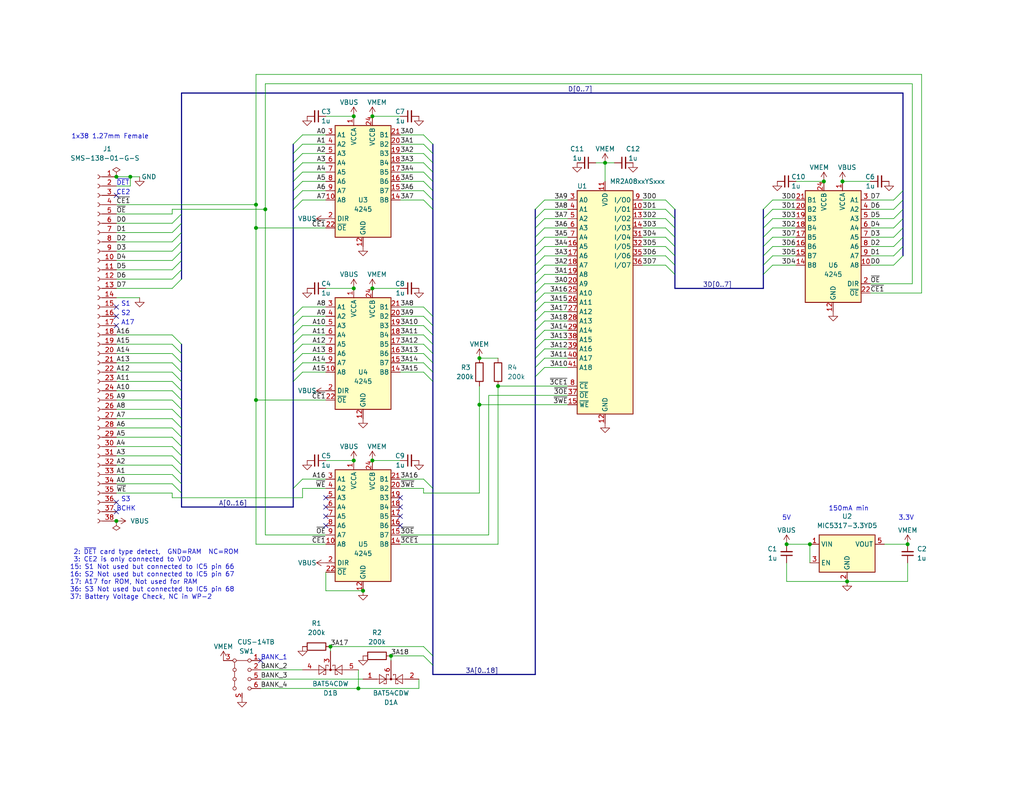
<source format=kicad_sch>
(kicad_sch (version 20231120) (generator "eeschema") (generator_version "8.0")
  (paper "USLetter")
  (title_block (title "WP-2_IC-Card_MRAM_512K") (date "2024-08-22") (rev "015") (company "Brian K. White - b.kenyon.w@gmail.com"))
  (junction (at 69.85 62.23))
  (junction (at 106.68 179.07))
  (junction (at 72.39 57.15))
  (junction (at 101.6 78.74))
  (junction (at 214.63 148.59))
  (junction (at 101.6 125.73))
  (junction (at 31.75 142.24))
  (junction (at 231.14 158.75))
  (junction (at 247.65 148.59))
  (junction (at 229.87 49.53))
  (junction (at 165.1 44.45))
  (junction (at 69.85 109.22))
  (junction (at 97.79 187.96))
  (junction (at 99.06 161.29))
  (junction (at 90.17 176.53))
  (junction (at 101.6 31.75))
  (junction (at 96.52 78.74))
  (junction (at 135.89 105.41))
  (junction (at 224.79 49.53))
  (junction (at 69.85 55.88))
  (junction (at 35.56 48.26))
  (junction (at 220.98 148.59))
  (junction (at 130.81 97.79))
  (junction (at 96.52 125.73))
  (junction (at 96.52 31.75))
  (junction (at 130.81 110.49))
  (junction (at 31.75 48.26))
  (no_connect (at 88.9 138.43))
  (no_connect (at 88.9 140.97))
  (no_connect (at 31.75 53.34))
  (no_connect (at 31.75 86.36))
  (no_connect (at 109.22 138.43))
  (no_connect (at 31.75 139.7))
  (no_connect (at 88.9 135.89))
  (no_connect (at 109.22 135.89))
  (no_connect (at 31.75 137.16))
  (no_connect (at 109.22 140.97))
  (no_connect (at 88.9 143.51))
  (no_connect (at 71.12 180.34))
  (no_connect (at 31.75 88.9))
  (no_connect (at 109.22 143.51))
  (no_connect (at 31.75 83.82))
  (bus_entry (at 49.53 66.04) (size -2.54 2.54))
  (bus_entry (at 184.15 62.23) (size -2.54 -2.54))
  (bus_entry (at 208.28 64.77) (size 2.54 -2.54))
  (bus_entry (at 118.11 96.52) (size -2.54 -2.54))
  (bus_entry (at 184.15 67.31) (size -2.54 -2.54))
  (bus_entry (at 146.05 95.25) (size 2.54 -2.54))
  (bus_entry (at 146.05 80.01) (size 2.54 -2.54))
  (bus_entry (at 246.38 67.31) (size -2.54 2.54))
  (bus_entry (at 49.53 121.92) (size -2.54 -2.54))
  (bus_entry (at 208.28 72.39) (size 2.54 -2.54))
  (bus_entry (at 146.05 97.79) (size 2.54 -2.54))
  (bus_entry (at 146.05 64.77) (size 2.54 -2.54))
  (bus_entry (at 184.15 69.85) (size -2.54 -2.54))
  (bus_entry (at 80.01 57.15) (size 2.54 -2.54))
  (bus_entry (at 118.11 39.37) (size -2.54 -2.54))
  (bus_entry (at 118.11 99.06) (size -2.54 -2.54))
  (bus_entry (at 246.38 54.61) (size -2.54 2.54))
  (bus_entry (at 118.11 41.91) (size -2.54 -2.54))
  (bus_entry (at 49.53 71.12) (size -2.54 2.54))
  (bus_entry (at 49.53 129.54) (size -2.54 -2.54))
  (bus_entry (at 246.38 59.69) (size -2.54 2.54))
  (bus_entry (at 146.05 82.55) (size 2.54 -2.54))
  (bus_entry (at 118.11 133.35) (size -2.54 -2.54))
  (bus_entry (at 146.05 67.31) (size 2.54 -2.54))
  (bus_entry (at 80.01 44.45) (size 2.54 -2.54))
  (bus_entry (at 246.38 57.15) (size -2.54 2.54))
  (bus_entry (at 118.11 93.98) (size -2.54 -2.54))
  (bus_entry (at 146.05 62.23) (size 2.54 -2.54))
  (bus_entry (at 118.11 44.45) (size -2.54 -2.54))
  (bus_entry (at 146.05 100.33) (size 2.54 -2.54))
  (bus_entry (at 80.01 41.91) (size 2.54 -2.54))
  (bus_entry (at 80.01 133.35) (size 2.54 -2.54))
  (bus_entry (at 208.28 69.85) (size 2.54 -2.54))
  (bus_entry (at 246.38 64.77) (size -2.54 2.54))
  (bus_entry (at 146.05 57.15) (size 2.54 -2.54))
  (bus_entry (at 80.01 54.61) (size 2.54 -2.54))
  (bus_entry (at 208.28 62.23) (size 2.54 -2.54))
  (bus_entry (at 49.53 101.6) (size -2.54 -2.54))
  (bus_entry (at 118.11 104.14) (size -2.54 -2.54))
  (bus_entry (at 146.05 85.09) (size 2.54 -2.54))
  (bus_entry (at 49.53 116.84) (size -2.54 -2.54))
  (bus_entry (at 118.11 54.61) (size -2.54 -2.54))
  (bus_entry (at 49.53 96.52) (size -2.54 -2.54))
  (bus_entry (at 146.05 77.47) (size 2.54 -2.54))
  (bus_entry (at 184.15 57.15) (size -2.54 -2.54))
  (bus_entry (at 49.53 124.46) (size -2.54 -2.54))
  (bus_entry (at 49.53 63.5) (size -2.54 2.54))
  (bus_entry (at 208.28 57.15) (size 2.54 -2.54))
  (bus_entry (at 80.01 52.07) (size 2.54 -2.54))
  (bus_entry (at 146.05 92.71) (size 2.54 -2.54))
  (bus_entry (at 118.11 86.36) (size -2.54 -2.54))
  (bus_entry (at 118.11 91.44) (size -2.54 -2.54))
  (bus_entry (at 80.01 88.9) (size 2.54 -2.54))
  (bus_entry (at 80.01 91.44) (size 2.54 -2.54))
  (bus_entry (at 146.05 87.63) (size 2.54 -2.54))
  (bus_entry (at 146.05 102.87) (size 2.54 -2.54))
  (bus_entry (at 80.01 46.99) (size 2.54 -2.54))
  (bus_entry (at 49.53 134.62) (size -2.54 -2.54))
  (bus_entry (at 49.53 106.68) (size -2.54 -2.54))
  (bus_entry (at 49.53 68.58) (size -2.54 2.54))
  (bus_entry (at 208.28 59.69) (size 2.54 -2.54))
  (bus_entry (at 184.15 74.93) (size -2.54 -2.54))
  (bus_entry (at 49.53 114.3) (size -2.54 -2.54))
  (bus_entry (at 184.15 72.39) (size -2.54 -2.54))
  (bus_entry (at 146.05 90.17) (size 2.54 -2.54))
  (bus_entry (at 80.01 39.37) (size 2.54 -2.54))
  (bus_entry (at 208.28 67.31) (size 2.54 -2.54))
  (bus_entry (at 118.11 181.61) (size -2.54 -2.54))
  (bus_entry (at 118.11 46.99) (size -2.54 -2.54))
  (bus_entry (at 80.01 86.36) (size 2.54 -2.54))
  (bus_entry (at 49.53 99.06) (size -2.54 -2.54))
  (bus_entry (at 246.38 69.85) (size -2.54 2.54))
  (bus_entry (at 49.53 111.76) (size -2.54 -2.54))
  (bus_entry (at 118.11 88.9) (size -2.54 -2.54))
  (bus_entry (at 80.01 101.6) (size 2.54 -2.54))
  (bus_entry (at 246.38 52.07) (size -2.54 2.54))
  (bus_entry (at 49.53 58.42) (size -2.54 2.54))
  (bus_entry (at 49.53 119.38) (size -2.54 -2.54))
  (bus_entry (at 80.01 93.98) (size 2.54 -2.54))
  (bus_entry (at 146.05 74.93) (size 2.54 -2.54))
  (bus_entry (at 146.05 72.39) (size 2.54 -2.54))
  (bus_entry (at 115.57 176.53) (size 2.54 2.54))
  (bus_entry (at 118.11 52.07) (size -2.54 -2.54))
  (bus_entry (at 49.53 73.66) (size -2.54 2.54))
  (bus_entry (at 49.53 127) (size -2.54 -2.54))
  (bus_entry (at 208.28 74.93) (size 2.54 -2.54))
  (bus_entry (at 49.53 60.96) (size -2.54 2.54))
  (bus_entry (at 146.05 59.69) (size 2.54 -2.54))
  (bus_entry (at 49.53 132.08) (size -2.54 -2.54))
  (bus_entry (at 49.53 93.98) (size -2.54 -2.54))
  (bus_entry (at 184.15 59.69) (size -2.54 -2.54))
  (bus_entry (at 80.01 104.14) (size 2.54 -2.54))
  (bus_entry (at 49.53 104.14) (size -2.54 -2.54))
  (bus_entry (at 80.01 99.06) (size 2.54 -2.54))
  (bus_entry (at 49.53 76.2) (size -2.54 2.54))
  (bus_entry (at 80.01 96.52) (size 2.54 -2.54))
  (bus_entry (at 118.11 101.6) (size -2.54 -2.54))
  (bus_entry (at 118.11 57.15) (size -2.54 -2.54))
  (bus_entry (at 80.01 49.53) (size 2.54 -2.54))
  (bus_entry (at 246.38 62.23) (size -2.54 2.54))
  (bus_entry (at 184.15 64.77) (size -2.54 -2.54))
  (bus_entry (at 49.53 109.22) (size -2.54 -2.54))
  (bus_entry (at 146.05 69.85) (size 2.54 -2.54))
  (bus_entry (at 118.11 49.53) (size -2.54 -2.54))
  (wire (pts (xy 165.1 44.45) (xy 165.1 49.53)))
  (wire (pts (xy 175.26 54.61) (xy 181.61 54.61)))
  (bus (pts (xy 80.01 41.91) (xy 80.01 44.45)))
  (bus (pts (xy 118.11 52.07) (xy 118.11 49.53)))
  (wire (pts (xy 175.26 62.23) (xy 181.61 62.23)))
  (wire (pts (xy 214.63 158.75) (xy 231.14 158.75)))
  (wire (pts (xy 72.39 57.15) (xy 72.39 22.86)))
  (wire (pts (xy 154.94 67.31) (xy 148.59 67.31)))
  (wire (pts (xy 109.22 31.75) (xy 101.6 31.75)))
  (bus (pts (xy 49.53 138.43) (xy 49.53 134.62)))
  (wire (pts (xy 154.94 87.63) (xy 148.59 87.63)))
  (wire (pts (xy 31.75 71.12) (xy 46.99 71.12)))
  (wire (pts (xy 237.49 62.23) (xy 243.84 62.23)))
  (bus (pts (xy 146.05 100.33) (xy 146.05 102.87)))
  (bus (pts (xy 118.11 96.52) (xy 118.11 93.98)))
  (bus (pts (xy 49.53 104.14) (xy 49.53 106.68)))
  (wire (pts (xy 72.39 146.05) (xy 88.9 146.05)))
  (wire (pts (xy 88.9 36.83) (xy 82.55 36.83)))
  (wire (pts (xy 217.17 69.85) (xy 210.82 69.85)))
  (bus (pts (xy 49.53 73.66) (xy 49.53 76.2)))
  (wire (pts (xy 237.49 57.15) (xy 243.84 57.15)))
  (wire (pts (xy 109.22 44.45) (xy 115.57 44.45)))
  (wire (pts (xy 31.75 58.42) (xy 46.99 58.42)))
  (wire (pts (xy 231.14 158.75) (xy 247.65 158.75)))
  (bus (pts (xy 118.11 54.61) (xy 118.11 57.15)))
  (wire (pts (xy 88.9 52.07) (xy 82.55 52.07)))
  (bus (pts (xy 49.53 25.4) (xy 49.53 58.42)))
  (wire (pts (xy 31.75 93.98) (xy 46.99 93.98)))
  (wire (pts (xy 31.75 132.08) (xy 46.99 132.08)))
  (wire (pts (xy 109.22 91.44) (xy 115.57 91.44)))
  (wire (pts (xy 237.49 54.61) (xy 243.84 54.61)))
  (wire (pts (xy 130.81 110.49) (xy 154.94 110.49)))
  (wire (pts (xy 88.9 49.53) (xy 82.55 49.53)))
  (bus (pts (xy 80.01 96.52) (xy 80.01 93.98)))
  (wire (pts (xy 71.12 185.42) (xy 99.06 185.42)))
  (bus (pts (xy 49.53 96.52) (xy 49.53 99.06)))
  (bus (pts (xy 246.38 64.77) (xy 246.38 62.23)))
  (bus (pts (xy 49.53 106.68) (xy 49.53 109.22)))
  (wire (pts (xy 31.75 129.54) (xy 46.99 129.54)))
  (bus (pts (xy 80.01 49.53) (xy 80.01 46.99)))
  (wire (pts (xy 115.57 134.62) (xy 130.81 134.62)))
  (wire (pts (xy 109.22 78.74) (xy 101.6 78.74)))
  (bus (pts (xy 80.01 101.6) (xy 80.01 99.06)))
  (wire (pts (xy 88.9 86.36) (xy 82.55 86.36)))
  (bus (pts (xy 118.11 39.37) (xy 118.11 41.91)))
  (bus (pts (xy 118.11 179.07) (xy 118.11 181.61)))
  (wire (pts (xy 88.9 93.98) (xy 82.55 93.98)))
  (bus (pts (xy 118.11 52.07) (xy 118.11 54.61)))
  (bus (pts (xy 49.53 71.12) (xy 49.53 73.66)))
  (bus (pts (xy 118.11 99.06) (xy 118.11 96.52)))
  (wire (pts (xy 88.9 96.52) (xy 82.55 96.52)))
  (wire (pts (xy 88.9 78.74) (xy 96.52 78.74)))
  (wire (pts (xy 99.06 161.29) (xy 88.9 161.29)))
  (wire (pts (xy 115.57 133.35) (xy 115.57 134.62)))
  (wire (pts (xy 71.12 187.96) (xy 97.79 187.96)))
  (wire (pts (xy 82.55 133.35) (xy 88.9 133.35)))
  (wire (pts (xy 217.17 72.39) (xy 210.82 72.39)))
  (bus (pts (xy 49.53 138.43) (xy 80.01 138.43)))
  (wire (pts (xy 217.17 64.77) (xy 210.82 64.77)))
  (bus (pts (xy 80.01 52.07) (xy 80.01 49.53)))
  (wire (pts (xy 237.49 72.39) (xy 243.84 72.39)))
  (wire (pts (xy 109.22 39.37) (xy 115.57 39.37)))
  (bus (pts (xy 80.01 44.45) (xy 80.01 46.99)))
  (bus (pts (xy 208.28 64.77) (xy 208.28 67.31)))
  (wire (pts (xy 109.22 99.06) (xy 115.57 99.06)))
  (wire (pts (xy 154.94 80.01) (xy 148.59 80.01)))
  (bus (pts (xy 184.15 72.39) (xy 184.15 69.85)))
  (bus (pts (xy 246.38 57.15) (xy 246.38 54.61)))
  (wire (pts (xy 88.9 91.44) (xy 82.55 91.44)))
  (wire (pts (xy 251.46 20.32) (xy 69.85 20.32)))
  (wire (pts (xy 35.56 48.26) (xy 31.75 48.26)))
  (wire (pts (xy 88.9 44.45) (xy 82.55 44.45)))
  (wire (pts (xy 175.26 57.15) (xy 181.61 57.15)))
  (wire (pts (xy 31.75 76.2) (xy 46.99 76.2)))
  (bus (pts (xy 146.05 59.69) (xy 146.05 62.23)))
  (bus (pts (xy 118.11 99.06) (xy 118.11 101.6)))
  (bus (pts (xy 80.01 93.98) (xy 80.01 91.44)))
  (wire (pts (xy 220.98 148.59) (xy 214.63 148.59)))
  (wire (pts (xy 175.26 64.77) (xy 181.61 64.77)))
  (bus (pts (xy 184.15 78.74) (xy 208.28 78.74)))
  (bus (pts (xy 184.15 69.85) (xy 184.15 67.31)))
  (bus (pts (xy 118.11 93.98) (xy 118.11 91.44)))
  (wire (pts (xy 237.49 69.85) (xy 243.84 69.85)))
  (bus (pts (xy 49.53 66.04) (xy 49.53 68.58)))
  (bus (pts (xy 49.53 63.5) (xy 49.53 66.04)))
  (wire (pts (xy 130.81 97.79) (xy 135.89 97.79)))
  (bus (pts (xy 146.05 72.39) (xy 146.05 74.93)))
  (wire (pts (xy 154.94 92.71) (xy 148.59 92.71)))
  (wire (pts (xy 109.22 36.83) (xy 115.57 36.83)))
  (wire (pts (xy 31.75 121.92) (xy 46.99 121.92)))
  (wire (pts (xy 46.99 134.62) (xy 46.99 135.89)))
  (wire (pts (xy 69.85 20.32) (xy 69.85 55.88)))
  (wire (pts (xy 38.1 81.28) (xy 31.75 81.28)))
  (wire (pts (xy 31.75 68.58) (xy 46.99 68.58)))
  (bus (pts (xy 49.53 109.22) (xy 49.53 111.76)))
  (bus (pts (xy 184.15 74.93) (xy 184.15 72.39)))
  (bus (pts (xy 146.05 57.15) (xy 146.05 59.69)))
  (wire (pts (xy 109.22 148.59) (xy 135.89 148.59)))
  (bus (pts (xy 146.05 69.85) (xy 146.05 72.39)))
  (wire (pts (xy 31.75 96.52) (xy 46.99 96.52)))
  (wire (pts (xy 114.3 187.96) (xy 114.3 185.42)))
  (wire (pts (xy 90.17 176.53) (xy 115.57 176.53)))
  (bus (pts (xy 118.11 133.35) (xy 118.11 179.07)))
  (wire (pts (xy 248.92 22.86) (xy 248.92 77.47)))
  (bus (pts (xy 246.38 25.4) (xy 49.53 25.4)))
  (wire (pts (xy 109.22 125.73) (xy 101.6 125.73)))
  (wire (pts (xy 69.85 62.23) (xy 88.9 62.23)))
  (wire (pts (xy 69.85 148.59) (xy 88.9 148.59)))
  (wire (pts (xy 106.68 179.07) (xy 106.68 180.34)))
  (wire (pts (xy 38.1 48.26) (xy 35.56 48.26)))
  (wire (pts (xy 69.85 62.23) (xy 69.85 109.22)))
  (wire (pts (xy 31.75 114.3) (xy 46.99 114.3)))
  (wire (pts (xy 217.17 57.15) (xy 210.82 57.15)))
  (wire (pts (xy 31.75 104.14) (xy 46.99 104.14)))
  (wire (pts (xy 220.98 148.59) (xy 220.98 153.67)))
  (wire (pts (xy 106.68 179.07) (xy 115.57 179.07)))
  (bus (pts (xy 208.28 64.77) (xy 208.28 62.23)))
  (wire (pts (xy 154.94 74.93) (xy 148.59 74.93)))
  (bus (pts (xy 208.28 72.39) (xy 208.28 69.85)))
  (wire (pts (xy 31.75 119.38) (xy 46.99 119.38)))
  (bus (pts (xy 49.53 132.08) (xy 49.53 129.54)))
  (wire (pts (xy 135.89 148.59) (xy 135.89 105.41)))
  (bus (pts (xy 146.05 64.77) (xy 146.05 67.31)))
  (bus (pts (xy 146.05 92.71) (xy 146.05 95.25)))
  (wire (pts (xy 69.85 109.22) (xy 88.9 109.22)))
  (wire (pts (xy 130.81 105.41) (xy 130.81 110.49)))
  (bus (pts (xy 118.11 88.9) (xy 118.11 86.36)))
  (bus (pts (xy 49.53 101.6) (xy 49.53 104.14)))
  (bus (pts (xy 80.01 133.35) (xy 80.01 138.43)))
  (wire (pts (xy 154.94 54.61) (xy 148.59 54.61)))
  (bus (pts (xy 146.05 80.01) (xy 146.05 82.55)))
  (wire (pts (xy 217.17 49.53) (xy 224.79 49.53)))
  (bus (pts (xy 118.11 44.45) (xy 118.11 41.91)))
  (bus (pts (xy 49.53 114.3) (xy 49.53 116.84)))
  (bus (pts (xy 146.05 67.31) (xy 146.05 69.85)))
  (bus (pts (xy 146.05 97.79) (xy 146.05 100.33)))
  (wire (pts (xy 31.75 124.46) (xy 46.99 124.46)))
  (bus (pts (xy 246.38 52.07) (xy 246.38 25.4)))
  (wire (pts (xy 31.75 91.44) (xy 46.99 91.44)))
  (wire (pts (xy 154.94 77.47) (xy 148.59 77.47)))
  (wire (pts (xy 31.75 111.76) (xy 46.99 111.76)))
  (wire (pts (xy 109.22 93.98) (xy 115.57 93.98)))
  (wire (pts (xy 109.22 88.9) (xy 115.57 88.9)))
  (bus (pts (xy 49.53 111.76) (xy 49.53 114.3)))
  (wire (pts (xy 71.12 182.88) (xy 82.55 182.88)))
  (wire (pts (xy 88.9 46.99) (xy 82.55 46.99)))
  (wire (pts (xy 46.99 57.15) (xy 72.39 57.15)))
  (bus (pts (xy 118.11 184.15) (xy 146.05 184.15)))
  (bus (pts (xy 118.11 91.44) (xy 118.11 88.9)))
  (wire (pts (xy 31.75 99.06) (xy 46.99 99.06)))
  (wire (pts (xy 72.39 22.86) (xy 248.92 22.86)))
  (wire (pts (xy 154.94 72.39) (xy 148.59 72.39)))
  (bus (pts (xy 49.53 58.42) (xy 49.53 60.96)))
  (bus (pts (xy 208.28 74.93) (xy 208.28 72.39)))
  (wire (pts (xy 88.9 31.75) (xy 96.52 31.75)))
  (bus (pts (xy 146.05 102.87) (xy 146.05 184.15)))
  (wire (pts (xy 46.99 135.89) (xy 82.55 135.89)))
  (wire (pts (xy 109.22 133.35) (xy 115.57 133.35)))
  (wire (pts (xy 31.75 109.22) (xy 46.99 109.22)))
  (wire (pts (xy 133.35 146.05) (xy 133.35 107.95)))
  (wire (pts (xy 237.49 77.47) (xy 248.92 77.47)))
  (wire (pts (xy 88.9 54.61) (xy 82.55 54.61)))
  (wire (pts (xy 88.9 130.81) (xy 82.55 130.81)))
  (wire (pts (xy 162.56 44.45) (xy 165.1 44.45)))
  (wire (pts (xy 97.79 182.88) (xy 97.79 187.96)))
  (wire (pts (xy 133.35 107.95) (xy 154.94 107.95)))
  (bus (pts (xy 184.15 59.69) (xy 184.15 57.15)))
  (wire (pts (xy 109.22 46.99) (xy 115.57 46.99)))
  (bus (pts (xy 118.11 57.15) (xy 118.11 86.36)))
  (wire (pts (xy 97.79 187.96) (xy 114.3 187.96)))
  (bus (pts (xy 246.38 54.61) (xy 246.38 52.07)))
  (bus (pts (xy 146.05 95.25) (xy 146.05 97.79)))
  (wire (pts (xy 154.94 57.15) (xy 148.59 57.15)))
  (bus (pts (xy 118.11 101.6) (xy 118.11 104.14)))
  (wire (pts (xy 135.89 105.41) (xy 154.94 105.41)))
  (wire (pts (xy 154.94 82.55) (xy 148.59 82.55)))
  (wire (pts (xy 35.56 50.8) (xy 31.75 50.8)))
  (bus (pts (xy 49.53 119.38) (xy 49.53 121.92)))
  (wire (pts (xy 109.22 41.91) (xy 115.57 41.91)))
  (wire (pts (xy 88.9 161.29) (xy 88.9 156.21)))
  (wire (pts (xy 217.17 59.69) (xy 210.82 59.69)))
  (bus (pts (xy 208.28 62.23) (xy 208.28 59.69)))
  (wire (pts (xy 31.75 60.96) (xy 46.99 60.96)))
  (bus (pts (xy 80.01 57.15) (xy 80.01 86.36)))
  (bus (pts (xy 208.28 67.31) (xy 208.28 69.85)))
  (bus (pts (xy 118.11 181.61) (xy 118.11 184.15)))
  (bus (pts (xy 80.01 104.14) (xy 80.01 133.35)))
  (bus (pts (xy 146.05 87.63) (xy 146.05 90.17)))
  (bus (pts (xy 80.01 91.44) (xy 80.01 88.9)))
  (wire (pts (xy 46.99 57.15) (xy 46.99 58.42)))
  (wire (pts (xy 251.46 20.32) (xy 251.46 80.01)))
  (wire (pts (xy 154.94 62.23) (xy 148.59 62.23)))
  (bus (pts (xy 80.01 39.37) (xy 80.01 41.91)))
  (bus (pts (xy 146.05 90.17) (xy 146.05 92.71)))
  (wire (pts (xy 31.75 66.04) (xy 46.99 66.04)))
  (wire (pts (xy 241.3 148.59) (xy 247.65 148.59)))
  (bus (pts (xy 80.01 54.61) (xy 80.01 57.15)))
  (wire (pts (xy 154.94 90.17) (xy 148.59 90.17)))
  (wire (pts (xy 109.22 86.36) (xy 115.57 86.36)))
  (wire (pts (xy 35.56 48.26) (xy 35.56 50.8)))
  (wire (pts (xy 154.94 85.09) (xy 148.59 85.09)))
  (wire (pts (xy 217.17 67.31) (xy 210.82 67.31)))
  (wire (pts (xy 175.26 67.31) (xy 181.61 67.31)))
  (wire (pts (xy 82.55 135.89) (xy 82.55 133.35)))
  (wire (pts (xy 109.22 130.81) (xy 115.57 130.81)))
  (bus (pts (xy 49.53 127) (xy 49.53 129.54)))
  (wire (pts (xy 109.22 52.07) (xy 115.57 52.07)))
  (wire (pts (xy 175.26 72.39) (xy 181.61 72.39)))
  (wire (pts (xy 214.63 153.67) (xy 214.63 158.75)))
  (wire (pts (xy 90.17 176.53) (xy 90.17 177.8)))
  (bus (pts (xy 146.05 85.09) (xy 146.05 87.63)))
  (bus (pts (xy 49.53 99.06) (xy 49.53 101.6)))
  (bus (pts (xy 118.11 49.53) (xy 118.11 46.99)))
  (wire (pts (xy 88.9 125.73) (xy 96.52 125.73)))
  (bus (pts (xy 80.01 54.61) (xy 80.01 52.07)))
  (wire (pts (xy 72.39 57.15) (xy 72.39 146.05)))
  (wire (pts (xy 154.94 97.79) (xy 148.59 97.79)))
  (wire (pts (xy 88.9 101.6) (xy 82.55 101.6)))
  (wire (pts (xy 31.75 73.66) (xy 46.99 73.66)))
  (bus (pts (xy 246.38 69.85) (xy 246.38 67.31)))
  (bus (pts (xy 146.05 82.55) (xy 146.05 85.09)))
  (bus (pts (xy 208.28 78.74) (xy 208.28 74.93)))
  (wire (pts (xy 237.49 67.31) (xy 243.84 67.31)))
  (wire (pts (xy 31.75 55.88) (xy 69.85 55.88)))
  (bus (pts (xy 184.15 67.31) (xy 184.15 64.77)))
  (wire (pts (xy 237.49 64.77) (xy 243.84 64.77)))
  (wire (pts (xy 217.17 54.61) (xy 210.82 54.61)))
  (wire (pts (xy 154.94 64.77) (xy 148.59 64.77)))
  (wire (pts (xy 175.26 69.85) (xy 181.61 69.85)))
  (bus (pts (xy 184.15 64.77) (xy 184.15 62.23)))
  (bus (pts (xy 246.38 67.31) (xy 246.38 64.77)))
  (bus (pts (xy 49.53 124.46) (xy 49.53 127)))
  (wire (pts (xy 88.9 88.9) (xy 82.55 88.9)))
  (bus (pts (xy 49.53 116.84) (xy 49.53 119.38)))
  (wire (pts (xy 109.22 96.52) (xy 115.57 96.52)))
  (bus (pts (xy 184.15 62.23) (xy 184.15 59.69)))
  (wire (pts (xy 46.99 134.62) (xy 31.75 134.62)))
  (wire (pts (xy 109.22 101.6) (xy 115.57 101.6)))
  (wire (pts (xy 109.22 54.61) (xy 115.57 54.61)))
  (bus (pts (xy 246.38 59.69) (xy 246.38 57.15)))
  (wire (pts (xy 154.94 100.33) (xy 148.59 100.33)))
  (wire (pts (xy 154.94 59.69) (xy 148.59 59.69)))
  (bus (pts (xy 246.38 62.23) (xy 246.38 59.69)))
  (wire (pts (xy 154.94 69.85) (xy 148.59 69.85)))
  (bus (pts (xy 49.53 68.58) (xy 49.53 71.12)))
  (wire (pts (xy 109.22 83.82) (xy 115.57 83.82)))
  (wire (pts (xy 31.75 63.5) (xy 46.99 63.5)))
  (wire (pts (xy 31.75 116.84) (xy 46.99 116.84)))
  (bus (pts (xy 146.05 77.47) (xy 146.05 80.01)))
  (wire (pts (xy 31.75 127) (xy 46.99 127)))
  (bus (pts (xy 49.53 121.92) (xy 49.53 124.46)))
  (wire (pts (xy 31.75 78.74) (xy 46.99 78.74)))
  (wire (pts (xy 130.81 134.62) (xy 130.81 110.49)))
  (bus (pts (xy 49.53 134.62) (xy 49.53 132.08)))
  (wire (pts (xy 88.9 99.06) (xy 82.55 99.06)))
  (wire (pts (xy 31.75 101.6) (xy 46.99 101.6)))
  (bus (pts (xy 80.01 104.14) (xy 80.01 101.6)))
  (wire (pts (xy 247.65 158.75) (xy 247.65 153.67)))
  (bus (pts (xy 184.15 78.74) (xy 184.15 74.93)))
  (bus (pts (xy 146.05 62.23) (xy 146.05 64.77)))
  (bus (pts (xy 118.11 46.99) (xy 118.11 44.45)))
  (wire (pts (xy 88.9 83.82) (xy 82.55 83.82)))
  (bus (pts (xy 118.11 104.14) (xy 118.11 133.35)))
  (wire (pts (xy 167.64 44.45) (xy 165.1 44.45)))
  (wire (pts (xy 217.17 62.23) (xy 210.82 62.23)))
  (bus (pts (xy 80.01 99.06) (xy 80.01 96.52)))
  (wire (pts (xy 88.9 41.91) (xy 82.55 41.91)))
  (bus (pts (xy 208.28 59.69) (xy 208.28 57.15)))
  (wire (pts (xy 237.49 80.01) (xy 251.46 80.01)))
  (wire (pts (xy 88.9 39.37) (xy 82.55 39.37)))
  (bus (pts (xy 49.53 60.96) (xy 49.53 63.5)))
  (wire (pts (xy 69.85 55.88) (xy 69.85 62.23)))
  (wire (pts (xy 237.49 59.69) (xy 243.84 59.69)))
  (bus (pts (xy 146.05 74.93) (xy 146.05 77.47)))
  (wire (pts (xy 69.85 109.22) (xy 69.85 148.59)))
  (wire (pts (xy 109.22 146.05) (xy 133.35 146.05)))
  (wire (pts (xy 31.75 106.68) (xy 46.99 106.68)))
  (wire (pts (xy 175.26 59.69) (xy 181.61 59.69)))
  (wire (pts (xy 237.49 49.53) (xy 229.87 49.53)))
  (bus (pts (xy 49.53 93.98) (xy 49.53 96.52)))
  (bus (pts (xy 80.01 88.9) (xy 80.01 86.36)))
  (wire (pts (xy 154.94 95.25) (xy 148.59 95.25)))
  (wire (pts (xy 109.22 49.53) (xy 115.57 49.53)))
  (text "5V" (at 213.36 142.24 0) (effects (font (size 1.27 1.27)) (justify left bottom)))
  (text "BCHK" (at 31.75 139.7 0) (effects (font (size 1.27 1.27)) (justify left bottom)))
  (text "CE2" (at 31.75 53.34 0) (effects (font (size 1.27 1.27)) (justify left bottom)))
  (text "S1" (at 33.02 83.82 0) (effects (font (size 1.27 1.27)) (justify left bottom)))
  (text "A17" (at 33.02 88.9 0) (effects (font (size 1.27 1.27)) (justify left bottom)))
  (text "1x38 1.27mm Female" (at 40.64 38.1 0) (effects (font (size 1.27 1.27)) (justify right bottom)))
  (text "~{DET}" (at 31.75 50.8 0) (effects (font (size 1.27 1.27)) (justify left bottom)))
  (text "150mA min" (at 226.06 139.7 0) (effects (font (size 1.27 1.27)) (justify left bottom)))
  (text "S2" (at 33.02 86.36 0) (effects (font (size 1.27 1.27)) (justify left bottom)))
  (text " 2: ~{DET} card type detect,  GND=RAM  NC=ROM\n 3: CE2 is only connected to VDD\n15: S1 Not used but connected to IC5 pin 66\n16: S2 Not used but connected to IC5 pin 67\n17: A17 for ROM, Not used for RAM\n36: S3 Not used but connected to IC5 pin 68\n37: Battery Voltage Check, NC in WP-2\n" (at 19.05 163.83 0) (effects (font (size 1.27 1.27)) (justify left bottom)))
  (text "BANK_1" (at 71.12 180.34 0) (effects (font (size 1.27 1.27)) (justify left bottom)))
  (text "S3" (at 33.02 137.16 0) (effects (font (size 1.27 1.27)) (justify left bottom)))
  (text "3.3V" (at 245.11 142.24 0) (effects (font (size 1.27 1.27)) (justify left bottom)))
  (label "BANK_2" (at 71.12 182.88 0))
  (label "3D3" (at 175.26 62.23 0))
  (label "3A13" (at 154.94 92.71 180))
  (label "A10" (at 31.75 106.68 0))
  (label "D6" (at 237.49 57.15 0))
  (label "~{WE}" (at 88.9 133.35 180))
  (label "~{3OE}" (at 154.94 107.95 180))
  (label "3A12" (at 109.22 93.98 0))
  (label "3A6" (at 154.94 62.23 180))
  (label "A14" (at 88.9 99.06 180))
  (label "~{3CE1}" (at 109.22 148.59 0))
  (label "D0" (at 31.75 60.96 0))
  (label "3A4" (at 154.94 67.31 180))
  (label "D1" (at 237.49 69.85 0))
  (label "3D4" (at 217.17 72.39 180))
  (label "A11" (at 31.75 104.14 0))
  (label "~{CE1}" (at 31.75 55.88 0))
  (label "D0" (at 237.49 72.39 0))
  (label "3D7" (at 175.26 72.39 0))
  (label "3A0" (at 154.94 77.47 180))
  (label "A9" (at 88.9 86.36 180))
  (label "D[0..7]" (at 154.94 25.4 0))
  (label "3A3" (at 109.22 44.45 0))
  (label "D3" (at 31.75 68.58 0))
  (label "A9" (at 31.75 109.22 0))
  (label "A8" (at 88.9 83.82 180))
  (label "3A5" (at 109.22 49.53 0))
  (label "A15" (at 88.9 101.6 180))
  (label "D7" (at 31.75 78.74 0))
  (label "A14" (at 31.75 96.52 0))
  (label "A16" (at 31.75 91.44 0))
  (label "3A13" (at 109.22 96.52 0))
  (label "3D5" (at 175.26 67.31 0))
  (label "~{3CE1}" (at 154.94 105.41 180))
  (label "3A12" (at 154.94 95.25 180))
  (label "~{3WE}" (at 109.22 133.35 0))
  (label "3A17" (at 90.17 176.53 0))
  (label "3A16" (at 109.22 130.81 0))
  (label "A13" (at 88.9 96.52 180))
  (label "BANK_4" (at 71.12 187.96 0))
  (label "A8" (at 31.75 111.76 0))
  (label "A1" (at 88.9 39.37 180))
  (label "3A1" (at 154.94 74.93 180))
  (label "A12" (at 88.9 93.98 180))
  (label "3D3" (at 217.17 59.69 180))
  (label "A3" (at 88.9 44.45 180))
  (label "BANK_3" (at 71.12 185.42 0))
  (label "3A17" (at 154.94 85.09 180))
  (label "3A7" (at 154.94 59.69 180))
  (label "3D[0..7]" (at 191.77 78.74 0))
  (label "3A14" (at 109.22 99.06 0))
  (label "D3" (at 237.49 64.77 0))
  (label "D5" (at 31.75 73.66 0))
  (label "D7" (at 237.49 54.61 0))
  (label "A7" (at 31.75 114.3 0))
  (label "A15" (at 31.75 93.98 0))
  (label "A3" (at 31.75 124.46 0))
  (label "A10" (at 88.9 88.9 180))
  (label "3A8" (at 154.94 57.15 180))
  (label "A6" (at 88.9 52.07 180))
  (label "3A2" (at 154.94 72.39 180))
  (label "A12" (at 31.75 101.6 0))
  (label "D2" (at 237.49 67.31 0))
  (label "3A2" (at 109.22 41.91 0))
  (label "A5" (at 31.75 119.38 0))
  (label "A6" (at 31.75 116.84 0))
  (label "A11" (at 88.9 91.44 180))
  (label "3A[0..18]" (at 127 184.15 0))
  (label "D1" (at 31.75 63.5 0))
  (label "3A1" (at 109.22 39.37 0))
  (label "~{CE1}" (at 88.9 148.59 180))
  (label "~{3WE}" (at 154.94 110.49 180))
  (label "~{OE}" (at 31.75 58.42 0))
  (label "A2" (at 31.75 127 0))
  (label "A0" (at 88.9 36.83 180))
  (label "3D7" (at 217.17 64.77 180))
  (label "3D1" (at 217.17 57.15 180))
  (label "3A10" (at 109.22 88.9 0))
  (label "3A4" (at 109.22 46.99 0))
  (label "3D2" (at 175.26 59.69 0))
  (label "A7" (at 88.9 54.61 180))
  (label "~{OE}" (at 237.49 77.47 0))
  (label "A13" (at 31.75 99.06 0))
  (label "~{CE1}" (at 237.49 80.01 0))
  (label "~{OE}" (at 88.9 146.05 180))
  (label "A2" (at 88.9 41.91 180))
  (label "3A18" (at 154.94 87.63 180))
  (label "3A9" (at 154.94 54.61 180))
  (label "3A5" (at 154.94 64.77 180))
  (label "3A3" (at 154.94 69.85 180))
  (label "3D1" (at 175.26 57.15 0))
  (label "~{3OE}" (at 109.22 146.05 0))
  (label "A[0..16]" (at 59.69 138.43 0))
  (label "3A8" (at 109.22 83.82 0))
  (label "3D5" (at 217.17 69.85 180))
  (label "D4" (at 237.49 62.23 0))
  (label "3A10" (at 154.94 100.33 180))
  (label "3D0" (at 175.26 54.61 0))
  (label "A5" (at 88.9 49.53 180))
  (label "3A0" (at 109.22 36.83 0))
  (label "3D2" (at 217.17 62.23 180))
  (label "~{CE1}" (at 88.9 62.23 180))
  (label "3A16" (at 154.94 80.01 180))
  (label "D2" (at 31.75 66.04 0))
  (label "3A7" (at 109.22 54.61 0))
  (label "3A11" (at 109.22 91.44 0))
  (label "3D6" (at 175.26 69.85 0))
  (label "3A15" (at 154.94 82.55 180))
  (label "3D6" (at 217.17 67.31 180))
  (label "A16" (at 88.9 130.81 180))
  (label "3A14" (at 154.94 90.17 180))
  (label "A1" (at 31.75 129.54 0))
  (label "~{WE}" (at 31.75 134.62 0))
  (label "A0" (at 31.75 132.08 0))
  (label "3A15" (at 109.22 101.6 0))
  (label "D6" (at 31.75 76.2 0))
  (label "D5" (at 237.49 59.69 0))
  (label "3A18" (at 106.68 179.07 0))
  (label "3D4" (at 175.26 64.77 0))
  (label "~{CE1}" (at 88.9 109.22 180))
  (label "D4" (at 31.75 71.12 0))
  (label "3A6" (at 109.22 52.07 0))
  (label "3A9" (at 109.22 86.36 0))
  (label "A4" (at 88.9 46.99 180))
  (label "A4" (at 31.75 121.92 0))
  (label "3D0" (at 217.17 54.61 180))
  (label "3A11" (at 154.94 97.79 180))
  (symbol (lib_id "0_LOCAL:Conn_01x38_Female") (at 26.67 93.98 0) (mirror y) (unit 1)
    (property "Reference" "J1" (at 30.48 40.64 0) (effects (justify left)))
    (property "Value" "SMS-138-01-G-S" (at 38.1 43.18 0) (effects (justify left)))
    (property "Footprint" "0_LOCAL:SMS-138-01-x-x_edge" (effects (hide yes)))
    (property "Datasheet" "datasheets/sms_th.pdf" (effects (hide yes)))
    (property "Description" "CONN SOCKET .050\" 38POS" (effects (hide yes)))
    (property "MPN" "SMS-138-01-G-S" (effects (hide yes)))
  )
  (symbol (lib_id "0_LOCAL:GND") (at 165.1 115.57 0) (unit 1)
    (property "Reference" "#PWR0106" (effects (hide yes)))
    (property "Value" "GND" (effects (hide yes)))
  )
  (symbol (lib_id "0_LOCAL:GND") (at 38.1 81.28 0) (mirror y) (unit 1)
    (property "Reference" "#PWR0108" (effects (hide yes)))
    (property "Value" "GND" (effects (hide yes)))
  )
  (symbol (lib_name "C_Small_5") (lib_id "0_LOCAL:C_Small") (at 86.36 31.75 270) (unit 1)
    (property "Reference" "C3" (at 87.63 30.48 90) (effects (justify left)))
    (property "Value" "1u" (at 87.63 33.02 90) (effects (justify left)))
    (property "Footprint" "0_LOCAL:C_0805_1mm" (effects (hide yes)))
    (property "Description" "CAP CER 1UF 50V X7R 0805" (effects (hide yes)))
    (property "MPN" "CL21B105KBFNFNE" (effects (hide yes)))
  )
  (symbol (lib_name "BAT54CDW_1") (lib_id "0_LOCAL:BAT54CDW") (at 90.17 182.88 0) (mirror x) (unit 2)
    (property "Reference" "D1" (at 90.17 189.23 0))
    (property "Value" "BAT54CDW" (at 90.17 186.69 0))
    (property "Footprint" "0_LOCAL:TSSOP-6-symmetric" (effects (hide yes)))
    (property "Datasheet" "datasheets/BAT54CDW.pdf" (effects (hide yes)))
    (property "Description" "DIODE ARR SCHOT 30V 200MA SOT363" (effects (hide yes)))
    (property "MPN" "BAT54CDW-7-F" (effects (hide yes)))
  )
  (symbol (lib_id "0_LOCAL:VBUS") (at 88.9 153.67 90) (unit 1)
    (property "Reference" "#PWR012" (effects (hide yes)))
    (property "Value" "VBUS" (at 83.82 153.67 90))
  )
  (symbol (lib_id "0_LOCAL:GND") (at 99.06 67.31 0) (mirror y) (unit 1)
    (property "Reference" "#PWR011" (effects (hide yes)))
    (property "Value" "GND" (effects (hide yes)))
  )
  (symbol (lib_id "0_LOCAL:VMEM") (at 101.6 125.73 0) (unit 1)
    (property "Reference" "#PWR015" (effects (hide yes)))
    (property "Value" "VMEM" (at 102.87 121.92 0))
  )
  (symbol (lib_id "0_LOCAL:4245") (at 99.06 96.52 0) (unit 1)
    (property "Reference" "U4" (at 99.06 101.6 0))
    (property "Value" "4245" (at 99.06 104.14 0))
    (property "Footprint" "0_LOCAL:TSSOP-24_4.4x7.8mm_P0.65mm" (effects (hide yes)))
    (property "Datasheet" "datasheets/LVC4245.pdf" (effects (hide yes)))
    (property "Description" "IC TRANSLATOR BIDIR 24TSSOP" (effects (hide yes)))
    (property "MPN" "74LVC4245APW,118" (effects (hide yes)))
  )
  (symbol (lib_id "0_LOCAL:VBUS") (at 88.9 106.68 90) (unit 1)
    (property "Reference" "#PWR04" (effects (hide yes)))
    (property "Value" "VBUS" (at 83.82 106.68 90))
  )
  (symbol (lib_id "0_LOCAL:VMEM") (at 224.79 49.53 0) (mirror y) (unit 1)
    (property "Reference" "#PWR019" (effects (hide yes)))
    (property "Value" "VMEM" (at 223.52 45.72 0))
  )
  (symbol (lib_id "0_LOCAL:GND") (at 83.82 31.75 0) (unit 1)
    (property "Reference" "#PWR0104" (effects (hide yes)))
    (property "Value" "GND" (effects (hide yes)))
  )
  (symbol (lib_id "0_LOCAL:GND") (at 212.09 49.53 0) (unit 1)
    (property "Reference" "#PWR036" (effects (hide yes)))
    (property "Value" "GND" (effects (hide yes)))
  )
  (symbol (lib_id "0_LOCAL:MIC5365-3.3YD5") (at 231.14 151.13 0) (unit 1)
    (property "Reference" "U2" (at 231.14 140.97 0))
    (property "Value" "MIC5317-3.3YD5" (at 231.14 143.51 0))
    (property "Footprint" "0_LOCAL:TSOT-23-5" (effects (hide yes)))
    (property "Datasheet" "datasheets/MIC5317.pdf" (effects (hide yes)))
    (property "Description" "IC REG LIN 3.3V 150MA TSOT23-5" (effects (hide yes)))
    (property "MPN" "MIC5317-3.3YD5" (effects (hide yes)))
  )
  (symbol (lib_id "0_LOCAL:GND") (at 172.72 44.45 0) (unit 1)
    (property "Reference" "#PWR029" (effects (hide yes)))
    (property "Value" "GND" (effects (hide yes)))
  )
  (symbol (lib_name "C_Small_5") (lib_id "0_LOCAL:C_Small") (at 240.03 49.53 90) (mirror x) (unit 1)
    (property "Reference" "C6" (at 238.76 48.26 90) (effects (justify left)))
    (property "Value" "1u" (at 238.76 50.8 90) (effects (justify left)))
    (property "Footprint" "0_LOCAL:C_0805_1mm" (effects (hide yes)))
    (property "Description" "CAP CER 1UF 50V X7R 0805" (effects (hide yes)))
    (property "MPN" "CL21B105KBFNFNE" (effects (hide yes)))
  )
  (symbol (lib_name "C_Small_5") (lib_id "0_LOCAL:C_Small") (at 214.63 49.53 270) (unit 1)
    (property "Reference" "C10" (at 215.9 48.26 90) (effects (justify left)))
    (property "Value" "1u" (at 215.9 50.8 90) (effects (justify left)))
    (property "Footprint" "0_LOCAL:C_0805_1mm" (effects (hide yes)))
    (property "Description" "CAP CER 1UF 50V X7R 0805" (effects (hide yes)))
    (property "MPN" "CL21B105KBFNFNE" (effects (hide yes)))
  )
  (symbol (lib_id "0_LOCAL:BAT54CDW") (at 106.68 185.42 0) (mirror x) (unit 1)
    (property "Reference" "D1" (at 106.68 191.77 0))
    (property "Value" "BAT54CDW" (at 106.68 189.23 0))
    (property "Footprint" "0_LOCAL:TSSOP-6-symmetric" (effects (hide yes)))
    (property "Datasheet" "datasheets/BAT54CDW.pdf" (effects (hide yes)))
    (property "Description" "DIODE ARR SCHOT 30V 200MA SOT363" (effects (hide yes)))
    (property "MPN" "BAT54CDW-7-F" (effects (hide yes)))
  )
  (symbol (lib_id "0_LOCAL:VMEM") (at 60.96 180.34 0) (unit 1)
    (property "Reference" "#PWR016" (effects (hide yes)))
    (property "Value" "VMEM" (at 60.96 176.53 0))
  )
  (symbol (lib_id "0_LOCAL:VMEM") (at 101.6 31.75 0) (unit 1)
    (property "Reference" "#PWR09" (effects (hide yes)))
    (property "Value" "VMEM" (at 102.87 27.94 0))
  )
  (symbol (lib_id "0_LOCAL:4245") (at 227.33 67.31 0) (mirror y) (unit 1)
    (property "Reference" "U6" (at 227.33 72.39 0))
    (property "Value" "4245" (at 227.33 74.93 0))
    (property "Footprint" "0_LOCAL:TSSOP-24_4.4x7.8mm_P0.65mm" (effects (hide yes)))
    (property "Datasheet" "datasheets/LVC4245.pdf" (effects (hide yes)))
    (property "Description" "IC TRANSLATOR BIDIR 24TSSOP" (effects (hide yes)))
    (property "MPN" "74LVC4245APW,118" (effects (hide yes)))
  )
  (symbol (lib_id "0_LOCAL:R") (at 86.36 176.53 90) (unit 1)
    (property "Reference" "R1" (at 86.36 170.18 90))
    (property "Value" "200k" (at 86.36 172.72 90))
    (property "Footprint" "0_LOCAL:R_0805" (effects (hide yes)))
    (property "Description" "RES 200K OHM 1% 1/8W 0805" (effects (hide yes)))
    (property "MPN" "RMCF0805FT200K" (effects (hide yes)))
  )
  (symbol (lib_id "0_LOCAL:GND") (at 114.3 78.74 0) (mirror y) (unit 1)
    (property "Reference" "#PWR033" (effects (hide yes)))
    (property "Value" "GND" (effects (hide yes)))
  )
  (symbol (lib_id "0_LOCAL:R") (at 130.81 101.6 180) (unit 1)
    (property "Reference" "R3" (at 125.73 100.33 0) (effects (justify right)))
    (property "Value" "200k" (at 124.46 102.87 0) (effects (justify right)))
    (property "Footprint" "0_LOCAL:R_0805" (effects (hide yes)))
    (property "Description" "RES 200K OHM 1% 1/8W 0805" (effects (hide yes)))
    (property "MPN" "RMCF0805FT200K" (effects (hide yes)))
  )
  (symbol (lib_id "0_LOCAL:VBUS") (at 88.9 59.69 90) (unit 1)
    (property "Reference" "#PWR010" (effects (hide yes)))
    (property "Value" "VBUS" (at 83.82 59.69 90))
  )
  (symbol (lib_id "0_LOCAL:GND") (at 157.48 44.45 0) (unit 1)
    (property "Reference" "#PWR0145" (effects (hide yes)))
    (property "Value" "GND" (effects (hide yes)))
  )
  (symbol (lib_id "0_LOCAL:GND") (at 227.33 85.09 0) (unit 1)
    (property "Reference" "#PWR018" (effects (hide yes)))
    (property "Value" "GND" (effects (hide yes)))
  )
  (symbol (lib_name "C_Small_5") (lib_id "0_LOCAL:C_Small") (at 86.36 125.73 270) (unit 1)
    (property "Reference" "C5" (at 87.63 124.46 90) (effects (justify left)))
    (property "Value" "1u" (at 87.63 127 90) (effects (justify left)))
    (property "Footprint" "0_LOCAL:C_0805_1mm" (effects (hide yes)))
    (property "Description" "CAP CER 1UF 50V X7R 0805" (effects (hide yes)))
    (property "MPN" "CL21B105KBFNFNE" (effects (hide yes)))
  )
  (symbol (lib_name "C_Small_5") (lib_id "0_LOCAL:C_Small") (at 86.36 78.74 270) (unit 1)
    (property "Reference" "C4" (at 87.63 77.47 90) (effects (justify left)))
    (property "Value" "1u" (at 87.63 80.01 90) (effects (justify left)))
    (property "Footprint" "0_LOCAL:C_0805_1mm" (effects (hide yes)))
    (property "Description" "CAP CER 1UF 50V X7R 0805" (effects (hide yes)))
    (property "MPN" "CL21B105KBFNFNE" (effects (hide yes)))
  )
  (symbol (lib_id "0_LOCAL:SW_1P4T_CUS-14B") (at 66.04 184.15 0) (unit 1)
    (property "Reference" "SW1" (at 67.31 177.8 0))
    (property "Value" "CUS-14TB" (at 69.85 175.26 0))
    (property "Footprint" "0_LOCAL:SW_SP4T_CUS-14B pth" (effects (hide yes)))
    (property "Datasheet" "datasheets/cus.pdf" (effects (hide yes)))
    (property "Description" "SWITCH SLIDE SP4T 300MA 4V" (effects (hide yes)))
    (property "MPN" "CUS-14TB" (effects (hide yes)))
  )
  (symbol (lib_id "0_LOCAL:PWR_FLAG") (at 31.75 142.24 180) (unit 1)
    (property "Reference" "#FLG0101" (effects (hide yes)))
    (property "Value" "PWR_FLAG" (effects (hide yes)))
  )
  (symbol (lib_id "0_LOCAL:VBUS") (at 214.63 148.59 0) (unit 1)
    (property "Reference" "#PWR0102" (effects (hide yes)))
    (property "Value" "VBUS" (at 214.63 144.78 0))
  )
  (symbol (lib_id "0_LOCAL:VBUS") (at 229.87 49.53 0) (mirror y) (unit 1)
    (property "Reference" "#PWR017" (effects (hide yes)))
    (property "Value" "VBUS" (at 231.14 45.72 0))
  )
  (symbol (lib_id "0_LOCAL:VBUS") (at 96.52 125.73 0) (unit 1)
    (property "Reference" "#PWR013" (effects (hide yes)))
    (property "Value" "VBUS" (at 95.25 121.92 0))
  )
  (symbol (lib_id "0_LOCAL:GND") (at 99.06 161.29 0) (mirror y) (unit 1)
    (property "Reference" "#PWR014" (effects (hide yes)))
    (property "Value" "GND" (effects (hide yes)))
  )
  (symbol (lib_id "0_LOCAL:GND") (at 83.82 125.73 0) (unit 1)
    (property "Reference" "#PWR032" (effects (hide yes)))
    (property "Value" "GND" (effects (hide yes)))
  )
  (symbol (lib_name "C_Small_5") (lib_id "0_LOCAL:C_Small") (at 111.76 31.75 90) (mirror x) (unit 1)
    (property "Reference" "C7" (at 110.49 30.48 90) (effects (justify left)))
    (property "Value" "1u" (at 110.49 33.02 90) (effects (justify left)))
    (property "Footprint" "0_LOCAL:C_0805_1mm" (effects (hide yes)))
    (property "Description" "CAP CER 1UF 50V X7R 0805" (effects (hide yes)))
    (property "MPN" "CL21B105KBFNFNE" (effects (hide yes)))
  )
  (symbol (lib_id "0_LOCAL:GND") (at 242.57 49.53 0) (mirror y) (unit 1)
    (property "Reference" "#PWR035" (effects (hide yes)))
    (property "Value" "GND" (effects (hide yes)))
  )
  (symbol (lib_id "0_LOCAL:R") (at 102.87 179.07 90) (unit 1)
    (property "Reference" "R2" (at 102.87 172.72 90))
    (property "Value" "200k" (at 102.87 175.26 90))
    (property "Footprint" "0_LOCAL:R_0805" (effects (hide yes)))
    (property "Description" "RES 200K OHM 1% 1/8W 0805" (effects (hide yes)))
    (property "MPN" "RMCF0805FT200K" (effects (hide yes)))
  )
  (symbol (lib_id "0_LOCAL:GND") (at 231.14 158.75 0) (unit 1)
    (property "Reference" "#PWR0112" (effects (hide yes)))
    (property "Value" "GND" (effects (hide yes)))
  )
  (symbol (lib_name "C_Small_5") (lib_id "0_LOCAL:C_Small") (at 111.76 125.73 90) (mirror x) (unit 1)
    (property "Reference" "C9" (at 110.49 124.46 90) (effects (justify left)))
    (property "Value" "1u" (at 110.49 127 90) (effects (justify left)))
    (property "Footprint" "0_LOCAL:C_0805_1mm" (effects (hide yes)))
    (property "Description" "CAP CER 1UF 50V X7R 0805" (effects (hide yes)))
    (property "MPN" "CL21B105KBFNFNE" (effects (hide yes)))
  )
  (symbol (lib_id "0_LOCAL:4245") (at 99.06 143.51 0) (unit 1)
    (property "Reference" "U5" (at 99.06 148.59 0))
    (property "Value" "4245" (at 99.06 151.13 0))
    (property "Footprint" "0_LOCAL:TSSOP-24_4.4x7.8mm_P0.65mm" (effects (hide yes)))
    (property "Datasheet" "datasheets/LVC4245.pdf" (effects (hide yes)))
    (property "Description" "IC TRANSLATOR BIDIR 24TSSOP" (effects (hide yes)))
    (property "MPN" "74LVC4245APW,118" (effects (hide yes)))
  )
  (symbol (lib_id "0_LOCAL:GND") (at 66.04 190.5 0) (mirror y) (unit 1)
    (property "Reference" "#PWR020" (effects (hide yes)))
    (property "Value" "GND" (effects (hide yes)))
  )
  (symbol (lib_id "0_LOCAL:GND") (at 114.3 125.73 0) (mirror y) (unit 1)
    (property "Reference" "#PWR034" (effects (hide yes)))
    (property "Value" "GND" (effects (hide yes)))
  )
  (symbol (lib_id "0_LOCAL:VBUS") (at 96.52 78.74 0) (unit 1)
    (property "Reference" "#PWR05" (effects (hide yes)))
    (property "Value" "VBUS" (at 95.25 74.93 0))
  )
  (symbol (lib_id "0_LOCAL:VBUS") (at 96.52 31.75 0) (unit 1)
    (property "Reference" "#PWR08" (effects (hide yes)))
    (property "Value" "VBUS" (at 95.25 27.94 0))
  )
  (symbol (lib_id "0_LOCAL:4245") (at 99.06 49.53 0) (unit 1)
    (property "Reference" "U3" (at 99.06 54.61 0))
    (property "Value" "4245" (at 99.06 57.15 0))
    (property "Footprint" "0_LOCAL:TSSOP-24_4.4x7.8mm_P0.65mm" (effects (hide yes)))
    (property "Datasheet" "datasheets/LVC4245.pdf" (effects (hide yes)))
    (property "Description" "IC TRANSLATOR BIDIR 24TSSOP" (effects (hide yes)))
    (property "MPN" "74LVC4245APW,118" (effects (hide yes)))
  )
  (symbol (lib_id "0_LOCAL:GND") (at 114.3 31.75 0) (mirror y) (unit 1)
    (property "Reference" "#PWR023" (effects (hide yes)))
    (property "Value" "GND" (effects (hide yes)))
  )
  (symbol (lib_id "0_LOCAL:GND") (at 99.06 179.07 0) (mirror y) (unit 1)
    (property "Reference" "#PWR022" (effects (hide yes)))
    (property "Value" "GND" (effects (hide yes)))
  )
  (symbol (lib_id "0_LOCAL:GND") (at 99.06 114.3 0) (mirror y) (unit 1)
    (property "Reference" "#PWR06" (effects (hide yes)))
    (property "Value" "GND" (effects (hide yes)))
  )
  (symbol (lib_name "C_Small_2") (lib_id "0_LOCAL:C_Small") (at 247.65 151.13 180) (unit 1)
    (property "Reference" "C2" (at 250.19 149.86 0) (effects (justify right)))
    (property "Value" "1u" (at 250.19 152.4 0) (effects (justify right)))
    (property "Footprint" "0_LOCAL:C_0805_1mm" (effects (hide yes)))
    (property "Description" "CAP CER 1UF 50V X7R 0805" (effects (hide yes)))
    (property "MPN" "CL21B105KBFNFNE" (effects (hide yes)))
  )
  (symbol (lib_id "0_LOCAL:VMEM") (at 247.65 148.59 0) (unit 1)
    (property "Reference" "#PWR01" (effects (hide yes)))
    (property "Value" "VMEM" (at 247.65 144.78 0))
  )
  (symbol (lib_id "0_LOCAL:VMEM") (at 165.1 44.45 0) (unit 1)
    (property "Reference" "#PWR0111" (effects (hide yes)))
    (property "Value" "VMEM" (at 165.1 40.64 0))
  )
  (symbol (lib_name "C_Small_5") (lib_id "0_LOCAL:C_Small") (at 111.76 78.74 90) (mirror x) (unit 1)
    (property "Reference" "C8" (at 110.49 77.47 90) (effects (justify left)))
    (property "Value" "1u" (at 110.49 80.01 90) (effects (justify left)))
    (property "Footprint" "0_LOCAL:C_0805_1mm" (effects (hide yes)))
    (property "Description" "CAP CER 1UF 50V X7R 0805" (effects (hide yes)))
    (property "MPN" "CL21B105KBFNFNE" (effects (hide yes)))
  )
  (symbol (lib_id "0_LOCAL:GND") (at 83.82 78.74 0) (unit 1)
    (property "Reference" "#PWR031" (effects (hide yes)))
    (property "Value" "GND" (effects (hide yes)))
  )
  (symbol (lib_id "0_LOCAL:GND") (at 82.55 176.53 0) (mirror y) (unit 1)
    (property "Reference" "#PWR021" (effects (hide yes)))
    (property "Value" "GND" (effects (hide yes)))
  )
  (symbol (lib_id "0_LOCAL:VMEM") (at 130.81 97.79 0) (unit 1)
    (property "Reference" "#PWR025" (effects (hide yes)))
    (property "Value" "VMEM" (at 130.81 93.98 0))
  )
  (symbol (lib_id "0_LOCAL:GND") (at 38.1 48.26 0) (mirror y) (unit 1)
    (property "Reference" "#PWR03" (effects (hide yes)))
    (property "Value" "GND" (at 40.64 48.26 0))
  )
  (symbol (lib_name "C_Small_1") (lib_id "0_LOCAL:C_Small") (at 214.63 151.13 180) (unit 1)
    (property "Reference" "C1" (at 212.09 149.86 0) (effects (justify left)))
    (property "Value" "1u" (at 212.09 152.4 0) (effects (justify left)))
    (property "Footprint" "0_LOCAL:C_0805_1mm" (effects (hide yes)))
    (property "Description" "CAP CER 1UF 50V X7R 0805" (effects (hide yes)))
    (property "MPN" "CL21B105KBFNFNE" (effects (hide yes)))
  )
  (symbol (lib_id "0_LOCAL:R") (at 135.89 101.6 180) (unit 1)
    (property "Reference" "R4" (at 138.43 100.33 0) (effects (justify right)))
    (property "Value" "200k" (at 138.43 102.87 0) (effects (justify right)))
    (property "Footprint" "0_LOCAL:R_0805" (effects (hide yes)))
    (property "Description" "RES 200K OHM 1% 1/8W 0805" (effects (hide yes)))
    (property "MPN" "RMCF0805FT200K" (effects (hide yes)))
  )
  (symbol (lib_id "0_LOCAL:MR2A08xxYSxxx") (at 165.1 82.55 0) (unit 1)
    (property "Reference" "U1" (at 157.48 50.8 0) (effects (justify left)))
    (property "Value" "MR2A08xxYSxxx" (at 166.37 49.53 0) (effects (justify left)))
    (property "Footprint" "0_LOCAL:TSOP-II-44_10.16x18.41mm_P0.8mm" (effects (hide yes)))
    (property "Datasheet" "datasheets/MR2A08A.pdf" (effects (hide yes)))
    (property "Description" "IC MRAM 4MBIT PARALLEL 44TSOP2" (effects (hide yes)))
    (property "MPN" "MR2A08AYS35" (effects (hide yes)))
  )
  (symbol (lib_name "C_Small_9") (lib_id "0_LOCAL:C_Small") (at 160.02 44.45 270) (unit 1)
    (property "Reference" "C11" (at 157.48 40.64 90))
    (property "Value" "1u" (at 157.48 43.18 90))
    (property "Footprint" "0_LOCAL:C_0805_1mm" (effects (hide yes)))
    (property "Description" "CAP CER 1UF 50V X7R 0805" (effects (hide yes)))
    (property "MPN" "CL21B105KBFNFNE" (effects (hide yes)))
  )
  (symbol (lib_name "C_Small_9") (lib_id "0_LOCAL:C_Small") (at 170.18 44.45 90) (unit 1)
    (property "Reference" "C12" (at 172.72 40.64 90))
    (property "Value" "1u" (at 172.72 43.18 90))
    (property "Footprint" "0_LOCAL:C_0805_1mm" (effects (hide yes)))
    (property "Description" "CAP CER 1UF 50V X7R 0805" (effects (hide yes)))
    (property "MPN" "CL21B105KBFNFNE" (effects (hide yes)))
  )
  (symbol (lib_id "0_LOCAL:VMEM") (at 101.6 78.74 0) (unit 1)
    (property "Reference" "#PWR07" (effects (hide yes)))
    (property "Value" "VMEM" (at 102.87 74.93 0))
  )
  (symbol (lib_id "0_LOCAL:PWR_FLAG") (at 31.75 48.26 0) (unit 1)
    (property "Reference" "#FLG0102" (effects (hide yes)))
    (property "Value" "PWR_FLAG" (effects (hide yes)))
  )
  (symbol (lib_id "0_LOCAL:VBUS") (at 31.75 142.24 270) (unit 1)
    (property "Reference" "#PWR02" (effects (hide yes)))
    (property "Value" "VBUS" (at 35.56 142.24 90) (effects (justify left)))
  )
)
</source>
